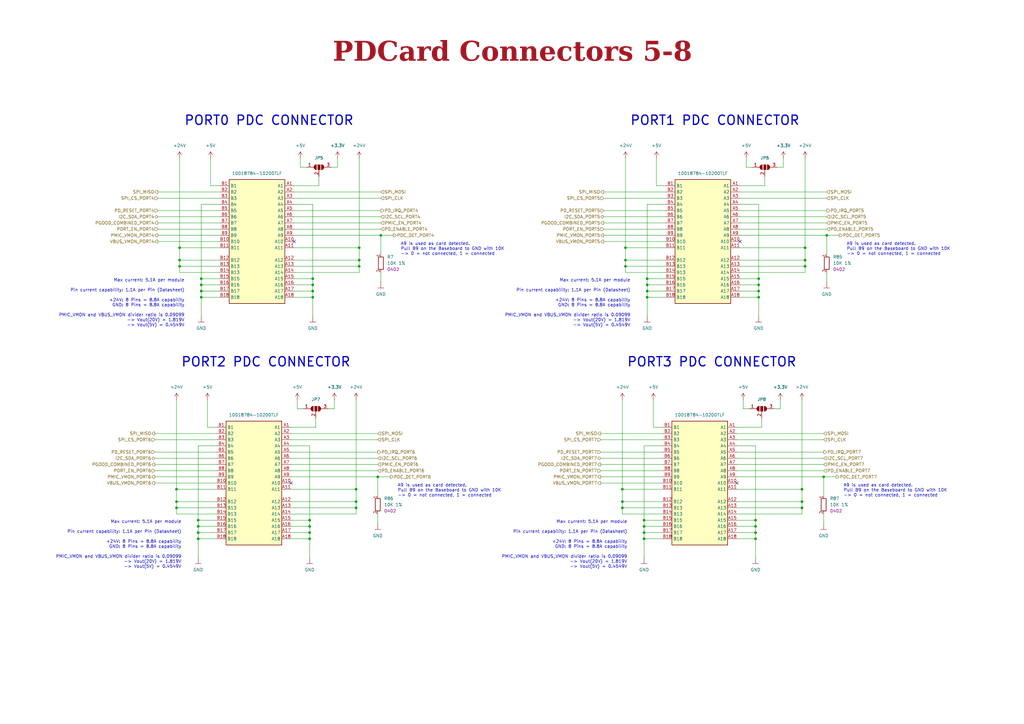
<source format=kicad_sch>
(kicad_sch (version 20250114) (generator "eeschema") (generator_version "9.0")
  (paper "A3")
  (title_block (title "PDCard Connectors 5-8") (date "2026-02-05") (rev "1.0.0") (company "DvidMakesThings"))
  (lib_symbols
    (symbol "DS_Connector:PCIe 1x Connector" (exclude_from_sim yes) (in_bom no)
      (property "Value" "10018784-10200TLF" (at -1.778 -9.144 0))
      (symbol "PCIe 1x Connector_0_1"
        (rectangle (start -3.81 43.18) (end 19.05 -7.62) (stroke (width 0.254)) (fill (type background)))
      )
      (symbol "PCIe 1x Connector_1_1"
        (pin passive line (at -7.62 40.64 0) (length 3.81) (name "B1") (number "B1"))
        (pin passive line (at -7.62 38.1 0) (length 3.81) (name "B2") (number "B2"))
        (pin passive line (at -7.62 35.56 0) (length 3.81) (name "B3") (number "B3"))
        (pin passive line (at -7.62 33.02 0) (length 3.81) (name "B4") (number "B4"))
        (pin passive line (at -7.62 30.48 0) (length 3.81) (name "B5") (number "B5"))
        (pin passive line (at -7.62 27.94 0) (length 3.81) (name "B6") (number "B6"))
        (pin passive line (at -7.62 25.4 0) (length 3.81) (name "B7") (number "B7"))
        (pin passive line (at -7.62 22.86 0) (length 3.81) (name "B8") (number "B8"))
        (pin passive line (at -7.62 20.32 0) (length 3.81) (name "B9") (number "B9"))
        (pin passive line (at -7.62 17.78 0) (length 3.81) (name "B10") (number "B10"))
        (pin passive line (at -7.62 15.24 0) (length 3.81) (name "B11") (number "B11"))
        (pin passive line (at -7.62 10.16 0) (length 3.81) (name "B12") (number "B12"))
        (pin passive line (at -7.62 7.62 0) (length 3.81) (name "B13") (number "B13"))
        (pin passive line (at -7.62 5.08 0) (length 3.81) (name "B13") (number "B14"))
        (pin passive line (at -7.62 2.54 0) (length 3.81) (name "B15") (number "B15"))
        (pin passive line (at -7.62 0 0) (length 3.81) (name "B16") (number "B16"))
        (pin passive line (at -7.62 -2.54 0) (length 3.81) (name "B17") (number "B17"))
        (pin passive line (at -7.62 -5.08 0) (length 3.81) (name "B18") (number "B18"))
        (pin passive line (at 22.86 40.64 180) (length 3.81) (name "A1") (number "A1"))
        (pin passive line (at 22.86 38.1 180) (length 3.81) (name "A2") (number "A2"))
        (pin passive line (at 22.86 35.56 180) (length 3.81) (name "A3") (number "A3"))
        (pin passive line (at 22.86 33.02 180) (length 3.81) (name "A4") (number "A4"))
        (pin passive line (at 22.86 30.48 180) (length 3.81) (name "A5") (number "A5"))
        (pin passive line (at 22.86 27.94 180) (length 3.81) (name "A6") (number "A6"))
        (pin passive line (at 22.86 25.4 180) (length 3.81) (name "A7") (number "A7"))
        (pin passive line (at 22.86 22.86 180) (length 3.81) (name "A8") (number "A8"))
        (pin passive line (at 22.86 20.32 180) (length 3.81) (name "A9") (number "A9"))
        (pin passive line (at 22.86 17.78 180) (length 3.81) (name "A10") (number "A10"))
        (pin passive line (at 22.86 15.24 180) (length 3.81) (name "A11") (number "A11"))
        (pin passive line (at 22.86 10.16 180) (length 3.81) (name "A12") (number "A12"))
        (pin passive line (at 22.86 7.62 180) (length 3.81) (name "A13") (number "A13"))
        (pin passive line (at 22.86 5.08 180) (length 3.81) (name "A14") (number "A14"))
        (pin passive line (at 22.86 2.54 180) (length 3.81) (name "A15") (number "A15"))
        (pin passive line (at 22.86 0 180) (length 3.81) (name "A16") (number "A16"))
        (pin passive line (at 22.86 -2.54 180) (length 3.81) (name "A17") (number "A17"))
        (pin passive line (at 22.86 -5.08 180) (length 3.81) (name "A18") (number "A18"))
      )
    )
    (symbol "DS_Resistor_0402:10K 1% 0402"
      (property "Reference" "R" (at 2.032 2.032 0))
      (property "Value" "10K 1%" (at 2.032 0 0))
      (property "FOOTPRINT_SHORT" "0402" (at 2.032 -2.032 0))
      (symbol "10K 1% 0402_0_1"
        (rectangle (start -1.016 2.54) (end 1.016 -2.54) (stroke (width 0.254)))
      )
      (symbol "10K 1% 0402_1_1"
        (pin passive line (at 0 3.81 270) (length 1.27) (name "~") (number "1"))
        (pin passive line (at 0 -3.81 90) (length 1.27) (name "~") (number "2"))
      )
    )
    (symbol "DS_Supply:GND" (power) (pin_numbers (hide yes)) (pin_names (offset 0) (hide yes))
      (property "Value" "GND" (at 0 -3.81 0))
      (symbol "GND_0_1"
        (polyline (pts (xy 0 0) (xy 0 -2.54) (xy 1.27 -2.54) (xy 0 -2.54) (xy -1.27 -2.54) (xy 0 -2.54)))
      )
      (symbol "GND_1_1"
        (pin power_in line (at 0 0 270) (length 0) (name "~") (number "1"))
      )
    )
    (symbol "Jumper:SolderJumper_3_Open" (pin_names (offset 0) (hide yes)) (in_bom no)
      (property "Reference" "JP" (at -2.54 -2.54 0))
      (property "Value" "SolderJumper_3_Open" (at 0 2.794 0))
      (symbol "SolderJumper_3_Open_0_1"
        (polyline (pts (xy -2.54 0) (xy -2.032 0)))
        (polyline (pts (xy -1.016 1.016) (xy -1.016 -1.016)))
        (arc (start -1.016 -1.016) (mid -2.0276 0) (end -1.016 1.016))
        (arc (start -1.016 -1.016) (mid -2.0276 0) (end -1.016 1.016) (fill (type outline)))
        (rectangle (start -0.508 1.016) (end 0.508 -1.016) (fill (type outline)))
        (polyline (pts (xy 0 -1.27) (xy 0 -1.016)))
        (arc (start 1.016 1.016) (mid 2.0276 0) (end 1.016 -1.016))
        (arc (start 1.016 1.016) (mid 2.0276 0) (end 1.016 -1.016) (fill (type outline)))
        (polyline (pts (xy 1.016 1.016) (xy 1.016 -1.016)))
        (polyline (pts (xy 2.54 0) (xy 2.032 0)))
      )
      (symbol "SolderJumper_3_Open_1_1"
        (pin passive line (at -5.08 0 0) (length 2.54) (name "A") (number "1"))
        (pin passive line (at 0 -3.81 90) (length 2.54) (name "C") (number "2"))
        (pin passive line (at 5.08 0 180) (length 2.54) (name "B") (number "3"))
      )
    )
    (symbol "power:+24V" (power) (pin_numbers (hide yes)) (pin_names (offset 0) (hide yes))
      (property "Value" "+24V" (at 0 3.556 0))
      (symbol "+24V_0_1"
        (polyline (pts (xy -0.762 1.27) (xy 0 2.54)))
        (polyline (pts (xy 0 2.54) (xy 0.762 1.27)))
        (polyline (pts (xy 0 0) (xy 0 2.54)))
      )
      (symbol "+24V_1_1"
        (pin power_in line (at 0 0 90) (length 0) (name "~") (number "1"))
      )
    )
    (symbol "power:+3.3V" (power) (pin_numbers (hide yes)) (pin_names (offset 0) (hide yes))
      (property "Value" "+3.3V" (at 0 3.556 0))
      (symbol "+3.3V_0_1"
        (polyline (pts (xy -0.762 1.27) (xy 0 2.54)))
        (polyline (pts (xy 0 2.54) (xy 0.762 1.27)))
        (polyline (pts (xy 0 0) (xy 0 2.54)))
      )
      (symbol "+3.3V_1_1"
        (pin power_in line (at 0 0 90) (length 0) (name "~") (number "1"))
      )
    )
    (symbol "power:+5V" (power) (pin_numbers (hide yes)) (pin_names (offset 0) (hide yes))
      (property "Value" "+5V" (at 0 3.556 0))
      (symbol "+5V_0_1"
        (polyline (pts (xy -0.762 1.27) (xy 0 2.54)))
        (polyline (pts (xy 0 2.54) (xy 0.762 1.27)))
        (polyline (pts (xy 0 0) (xy 0 2.54)))
      )
      (symbol "+5V_1_1"
        (pin power_in line (at 0 0 90) (length 0) (name "~") (number "1"))
      )
    )
  )
  (text "A9 is used as card detected.\nPull B9 on the Baseboard to GND with 10K\n-> 0 = not connected, 1 = connected" (at 163.068 201.168 0) (effects (font (size 1.27 1.27)) (justify left)))
  (text "Max current: 5.1A per module\n\nPin current capability: 1.1A per Pin (Datasheet)\n\n+24V: 8 Pins = 8.8A capability\nGND: 8 Pins = 8.8A capability\n\nPMIC_VMON and VBUS_VMON divider ratio is 0.09099\n-> Vout(20V) = 1.819V\n-> Vout(5V) = 0.4549V" (at 75.692 124.206 0) (effects (font (size 1.27 1.27)) (justify right)))
  (text "PORT1 PDC CONNECTOR" (at 258.318 49.53 0) (effects (font (size 3.81 3.81) (thickness 0.508) (bold yes)) (justify left)))
  (text "A9 is used as card detected.\nPull B9 on the Baseboard to GND with 10K\n-> 0 = not connected, 1 = connected" (at 345.948 201.168 0) (effects (font (size 1.27 1.27)) (justify left)))
  (text "PORT3 PDC CONNECTOR" (at 257.048 148.59 0) (effects (font (size 3.81 3.81) (thickness 0.508) (bold yes)) (justify left)))
  (text "Max current: 5.1A per module\n\nPin current capability: 1.1A per Pin (Datasheet)\n\n+24V: 8 Pins = 8.8A capability\nGND: 8 Pins = 8.8A capability\n\nPMIC_VMON and VBUS_VMON divider ratio is 0.09099\n-> Vout(20V) = 1.819V\n-> Vout(5V) = 0.4549V" (at 258.572 124.206 0) (effects (font (size 1.27 1.27)) (justify right)))
  (text "A9 is used as card detected.\nPull B9 on the Baseboard to GND with 10K\n-> 0 = not connected, 1 = connected" (at 347.218 102.108 0) (effects (font (size 1.27 1.27)) (justify left)))
  (text "PORT0 PDC CONNECTOR" (at 75.438 49.53 0) (effects (font (size 3.81 3.81) (thickness 0.508) (bold yes)) (justify left)))
  (text "A9 is used as card detected.\nPull B9 on the Baseboard to GND with 10K\n-> 0 = not connected, 1 = connected" (at 164.338 102.108 0) (effects (font (size 1.27 1.27)) (justify left)))
  (text "PORT2 PDC CONNECTOR" (at 74.168 148.59 0) (effects (font (size 3.81 3.81) (thickness 0.508) (bold yes)) (justify left)))
  (text "Max current: 5.1A per module\n\nPin current capability: 1.1A per Pin (Datasheet)\n\n+24V: 8 Pins = 8.8A capability\nGND: 8 Pins = 8.8A capability\n\nPMIC_VMON and VBUS_VMON divider ratio is 0.09099\n-> Vout(20V) = 1.819V\n-> Vout(5V) = 0.4549V" (at 257.302 223.266 0) (effects (font (size 1.27 1.27)) (justify right)))
  (text "Max current: 5.1A per module\n\nPin current capability: 1.1A per Pin (Datasheet)\n\n+24V: 8 Pins = 8.8A capability\nGND: 8 Pins = 8.8A capability\n\nPMIC_VMON and VBUS_VMON divider ratio is 0.09099\n-> Vout(20V) = 1.819V\n-> Vout(5V) = 0.4549V" (at 74.422 223.266 0) (effects (font (size 1.27 1.27)) (justify right)))
  (text_box "PDCard Connectors 5-8" (at 12.7 15.24 0) (size 394.97 12.7) (margins 5.9999 5.9999 5.9999 5.9999) (stroke (width -0.0001)) (effects (font (size 8 8) (thickness 1.2) (bold yes))))
  (junction (at 328.93 208.28))
  (junction (at 311.15 121.92))
  (junction (at 82.55 116.84))
  (junction (at 73.66 101.6))
  (junction (at 255.27 208.28))
  (junction (at 154.94 195.58))
  (junction (at 309.88 218.44))
  (junction (at 265.43 121.92))
  (junction (at 256.54 109.22))
  (junction (at 256.54 106.68))
  (junction (at 264.16 220.98))
  (junction (at 311.15 119.38))
  (junction (at 311.15 114.3))
  (junction (at 256.54 101.6))
  (junction (at 147.32 106.68))
  (junction (at 72.39 205.74))
  (junction (at 127 218.44))
  (junction (at 309.88 215.9))
  (junction (at 146.05 205.74))
  (junction (at 81.28 218.44))
  (junction (at 147.32 109.22))
  (junction (at 82.55 114.3))
  (junction (at 311.15 116.84))
  (junction (at 330.2 101.6))
  (junction (at 264.16 218.44))
  (junction (at 72.39 208.28))
  (junction (at 82.55 121.92))
  (junction (at 147.32 101.6))
  (junction (at 265.43 119.38))
  (junction (at 82.55 119.38))
  (junction (at 339.09 96.52))
  (junction (at 309.88 213.36))
  (junction (at 255.27 205.74))
  (junction (at 146.05 200.66))
  (junction (at 146.05 208.28))
  (junction (at 328.93 205.74))
  (junction (at 81.28 220.98))
  (junction (at 73.66 106.68))
  (junction (at 128.27 121.92))
  (junction (at 255.27 200.66))
  (junction (at 128.27 119.38))
  (junction (at 330.2 109.22))
  (junction (at 127 215.9))
  (junction (at 337.82 195.58))
  (junction (at 265.43 116.84))
  (junction (at 73.66 109.22))
  (junction (at 328.93 200.66))
  (junction (at 128.27 116.84))
  (junction (at 330.2 106.68))
  (junction (at 264.16 213.36))
  (junction (at 72.39 200.66))
  (junction (at 264.16 215.9))
  (junction (at 309.88 220.98))
  (junction (at 128.27 114.3))
  (junction (at 127 213.36))
  (junction (at 265.43 114.3))
  (junction (at 81.28 215.9))
  (junction (at 156.21 96.52))
  (junction (at 81.28 213.36))
  (junction (at 127 220.98))
  (no_connect (at 302.26 198.12))
  (no_connect (at 119.38 198.12))
  (no_connect (at 303.53 99.06))
  (no_connect (at 120.65 99.06))
  (wire (pts (xy 328.93 208.28) (xy 328.93 210.82)))
  (wire (pts (xy 246.38 198.12) (xy 271.78 198.12)))
  (wire (pts (xy 154.94 214.63) (xy 154.94 210.82)))
  (wire (pts (xy 64.77 88.9) (xy 90.17 88.9)))
  (wire (pts (xy 247.65 81.28) (xy 273.05 81.28)))
  (wire (pts (xy 81.28 213.36) (xy 81.28 215.9)))
  (wire (pts (xy 121.92 167.64) (xy 124.46 167.64)))
  (wire (pts (xy 303.53 88.9) (xy 339.09 88.9)))
  (wire (pts (xy 246.38 180.34) (xy 271.78 180.34)))
  (wire (pts (xy 156.21 115.57) (xy 156.21 111.76)))
  (wire (pts (xy 119.38 220.98) (xy 127 220.98)))
  (wire (pts (xy 337.82 214.63) (xy 337.82 210.82)))
  (wire (pts (xy 264.16 215.9) (xy 271.78 215.9)))
  (wire (pts (xy 309.88 182.88) (xy 309.88 213.36)))
  (wire (pts (xy 302.26 190.5) (xy 337.82 190.5)))
  (wire (pts (xy 302.26 210.82) (xy 328.93 210.82)))
  (wire (pts (xy 311.15 121.92) (xy 311.15 129.54)))
  (wire (pts (xy 137.16 163.83) (xy 137.16 167.64)))
  (wire (pts (xy 265.43 83.82) (xy 265.43 114.3)))
  (wire (pts (xy 90.17 111.76) (xy 73.66 111.76)))
  (wire (pts (xy 247.65 99.06) (xy 273.05 99.06)))
  (wire (pts (xy 82.55 114.3) (xy 82.55 116.84)))
  (wire (pts (xy 265.43 119.38) (xy 273.05 119.38)))
  (wire (pts (xy 119.38 218.44) (xy 127 218.44)))
  (wire (pts (xy 147.32 106.68) (xy 147.32 109.22)))
  (wire (pts (xy 81.28 218.44) (xy 81.28 220.98)))
  (wire (pts (xy 120.65 81.28) (xy 156.21 81.28)))
  (wire (pts (xy 63.5 195.58) (xy 88.9 195.58)))
  (wire (pts (xy 81.28 220.98) (xy 88.9 220.98)))
  (wire (pts (xy 309.88 215.9) (xy 309.88 218.44)))
  (wire (pts (xy 267.97 163.83) (xy 267.97 175.26)))
  (wire (pts (xy 120.65 116.84) (xy 128.27 116.84)))
  (wire (pts (xy 81.28 215.9) (xy 81.28 218.44)))
  (wire (pts (xy 147.32 106.68) (xy 147.32 101.6)))
  (wire (pts (xy 273.05 114.3) (xy 265.43 114.3)))
  (wire (pts (xy 247.65 86.36) (xy 273.05 86.36)))
  (wire (pts (xy 72.39 210.82) (xy 72.39 208.28)))
  (wire (pts (xy 120.65 121.92) (xy 128.27 121.92)))
  (wire (pts (xy 63.5 185.42) (xy 88.9 185.42)))
  (wire (pts (xy 138.43 64.77) (xy 138.43 68.58)))
  (wire (pts (xy 88.9 210.82) (xy 72.39 210.82)))
  (wire (pts (xy 271.78 208.28) (xy 255.27 208.28)))
  (wire (pts (xy 273.05 109.22) (xy 256.54 109.22)))
  (wire (pts (xy 264.16 182.88) (xy 264.16 213.36)))
  (wire (pts (xy 82.55 116.84) (xy 82.55 119.38)))
  (wire (pts (xy 330.2 101.6) (xy 330.2 64.77)))
  (wire (pts (xy 88.9 205.74) (xy 72.39 205.74)))
  (wire (pts (xy 302.26 215.9) (xy 309.88 215.9)))
  (wire (pts (xy 302.26 200.66) (xy 328.93 200.66)))
  (wire (pts (xy 273.05 83.82) (xy 265.43 83.82)))
  (wire (pts (xy 303.53 91.44) (xy 339.09 91.44)))
  (wire (pts (xy 320.04 163.83) (xy 320.04 167.64)))
  (wire (pts (xy 120.65 76.2) (xy 130.81 76.2)))
  (wire (pts (xy 120.65 109.22) (xy 147.32 109.22)))
  (wire (pts (xy 311.15 116.84) (xy 311.15 119.38)))
  (wire (pts (xy 73.66 101.6) (xy 73.66 106.68)))
  (wire (pts (xy 303.53 93.98) (xy 339.09 93.98)))
  (wire (pts (xy 247.65 88.9) (xy 273.05 88.9)))
  (wire (pts (xy 309.88 220.98) (xy 309.88 228.6)))
  (wire (pts (xy 128.27 114.3) (xy 128.27 116.84)))
  (wire (pts (xy 127 182.88) (xy 127 213.36)))
  (wire (pts (xy 134.62 167.64) (xy 137.16 167.64)))
  (wire (pts (xy 64.77 91.44) (xy 90.17 91.44)))
  (wire (pts (xy 264.16 220.98) (xy 264.16 228.6)))
  (wire (pts (xy 120.65 111.76) (xy 147.32 111.76)))
  (wire (pts (xy 90.17 106.68) (xy 73.66 106.68)))
  (wire (pts (xy 302.26 220.98) (xy 309.88 220.98)))
  (wire (pts (xy 303.53 96.52) (xy 339.09 96.52)))
  (wire (pts (xy 154.94 195.58) (xy 154.94 203.2)))
  (wire (pts (xy 119.38 195.58) (xy 154.94 195.58)))
  (wire (pts (xy 330.2 109.22) (xy 330.2 111.76)))
  (wire (pts (xy 255.27 210.82) (xy 255.27 208.28)))
  (wire (pts (xy 90.17 109.22) (xy 73.66 109.22)))
  (wire (pts (xy 303.53 106.68) (xy 330.2 106.68)))
  (wire (pts (xy 123.19 64.77) (xy 123.19 68.58)))
  (wire (pts (xy 302.26 177.8) (xy 337.82 177.8)))
  (wire (pts (xy 302.26 218.44) (xy 309.88 218.44)))
  (wire (pts (xy 86.36 64.77) (xy 86.36 76.2)))
  (wire (pts (xy 120.65 86.36) (xy 156.21 86.36)))
  (wire (pts (xy 265.43 121.92) (xy 273.05 121.92)))
  (wire (pts (xy 120.65 93.98) (xy 156.21 93.98)))
  (wire (pts (xy 119.38 177.8) (xy 154.94 177.8)))
  (wire (pts (xy 264.16 218.44) (xy 271.78 218.44)))
  (wire (pts (xy 119.38 175.26) (xy 129.54 175.26)))
  (wire (pts (xy 328.93 205.74) (xy 328.93 200.66)))
  (wire (pts (xy 246.38 193.04) (xy 271.78 193.04)))
  (wire (pts (xy 247.65 91.44) (xy 273.05 91.44)))
  (wire (pts (xy 265.43 114.3) (xy 265.43 116.84)))
  (wire (pts (xy 271.78 205.74) (xy 255.27 205.74)))
  (wire (pts (xy 120.65 106.68) (xy 147.32 106.68)))
  (wire (pts (xy 302.26 180.34) (xy 337.82 180.34)))
  (wire (pts (xy 302.26 185.42) (xy 337.82 185.42)))
  (wire (pts (xy 72.39 200.66) (xy 88.9 200.66)))
  (wire (pts (xy 269.24 64.77) (xy 269.24 76.2)))
  (wire (pts (xy 302.26 187.96) (xy 337.82 187.96)))
  (wire (pts (xy 147.32 109.22) (xy 147.32 111.76)))
  (wire (pts (xy 120.65 101.6) (xy 147.32 101.6)))
  (wire (pts (xy 63.5 180.34) (xy 88.9 180.34)))
  (wire (pts (xy 302.26 205.74) (xy 328.93 205.74)))
  (wire (pts (xy 120.65 114.3) (xy 128.27 114.3)))
  (wire (pts (xy 63.5 193.04) (xy 88.9 193.04)))
  (wire (pts (xy 119.38 182.88) (xy 127 182.88)))
  (wire (pts (xy 303.53 111.76) (xy 330.2 111.76)))
  (wire (pts (xy 256.54 64.77) (xy 256.54 101.6)))
  (wire (pts (xy 264.16 220.98) (xy 271.78 220.98)))
  (wire (pts (xy 88.9 208.28) (xy 72.39 208.28)))
  (wire (pts (xy 128.27 121.92) (xy 128.27 129.54)))
  (wire (pts (xy 156.21 96.52) (xy 161.29 96.52)))
  (wire (pts (xy 81.28 215.9) (xy 88.9 215.9)))
  (wire (pts (xy 127 213.36) (xy 127 215.9)))
  (wire (pts (xy 246.38 177.8) (xy 271.78 177.8)))
  (wire (pts (xy 120.65 83.82) (xy 128.27 83.82)))
  (wire (pts (xy 128.27 83.82) (xy 128.27 114.3)))
  (wire (pts (xy 246.38 195.58) (xy 271.78 195.58)))
  (wire (pts (xy 328.93 205.74) (xy 328.93 208.28)))
  (wire (pts (xy 119.38 208.28) (xy 146.05 208.28)))
  (wire (pts (xy 304.8 167.64) (xy 307.34 167.64)))
  (wire (pts (xy 119.38 200.66) (xy 146.05 200.66)))
  (wire (pts (xy 85.09 163.83) (xy 85.09 175.26)))
  (wire (pts (xy 247.65 78.74) (xy 273.05 78.74)))
  (wire (pts (xy 311.15 119.38) (xy 311.15 121.92)))
  (wire (pts (xy 339.09 115.57) (xy 339.09 111.76)))
  (wire (pts (xy 303.53 86.36) (xy 339.09 86.36)))
  (wire (pts (xy 123.19 68.58) (xy 125.73 68.58)))
  (wire (pts (xy 128.27 119.38) (xy 128.27 121.92)))
  (wire (pts (xy 73.66 109.22) (xy 73.66 106.68)))
  (wire (pts (xy 246.38 190.5) (xy 271.78 190.5)))
  (wire (pts (xy 265.43 119.38) (xy 265.43 121.92)))
  (wire (pts (xy 90.17 83.82) (xy 82.55 83.82)))
  (wire (pts (xy 302.26 193.04) (xy 337.82 193.04)))
  (wire (pts (xy 312.42 175.26) (xy 312.42 171.45)))
  (wire (pts (xy 121.92 163.83) (xy 121.92 167.64)))
  (wire (pts (xy 82.55 83.82) (xy 82.55 114.3)))
  (wire (pts (xy 303.53 114.3) (xy 311.15 114.3)))
  (wire (pts (xy 271.78 213.36) (xy 264.16 213.36)))
  (wire (pts (xy 129.54 175.26) (xy 129.54 171.45)))
  (wire (pts (xy 302.26 213.36) (xy 309.88 213.36)))
  (wire (pts (xy 255.27 200.66) (xy 271.78 200.66)))
  (wire (pts (xy 321.31 64.77) (xy 321.31 68.58)))
  (wire (pts (xy 135.89 68.58) (xy 138.43 68.58)))
  (wire (pts (xy 90.17 76.2) (xy 86.36 76.2)))
  (wire (pts (xy 88.9 175.26) (xy 85.09 175.26)))
  (wire (pts (xy 309.88 218.44) (xy 309.88 220.98)))
  (wire (pts (xy 72.39 163.83) (xy 72.39 200.66)))
  (wire (pts (xy 127 215.9) (xy 127 218.44)))
  (wire (pts (xy 304.8 163.83) (xy 304.8 167.64)))
  (wire (pts (xy 265.43 121.92) (xy 265.43 129.54)))
  (wire (pts (xy 63.5 177.8) (xy 88.9 177.8)))
  (wire (pts (xy 246.38 185.42) (xy 271.78 185.42)))
  (wire (pts (xy 303.53 81.28) (xy 339.09 81.28)))
  (wire (pts (xy 90.17 114.3) (xy 82.55 114.3)))
  (wire (pts (xy 264.16 213.36) (xy 264.16 215.9)))
  (wire (pts (xy 303.53 76.2) (xy 313.69 76.2)))
  (wire (pts (xy 120.65 91.44) (xy 156.21 91.44)))
  (wire (pts (xy 64.77 99.06) (xy 90.17 99.06)))
  (wire (pts (xy 317.5 167.64) (xy 320.04 167.64)))
  (wire (pts (xy 127 220.98) (xy 127 228.6)))
  (wire (pts (xy 63.5 187.96) (xy 88.9 187.96)))
  (wire (pts (xy 72.39 208.28) (xy 72.39 205.74)))
  (wire (pts (xy 306.07 68.58) (xy 308.61 68.58)))
  (wire (pts (xy 246.38 187.96) (xy 271.78 187.96)))
  (wire (pts (xy 82.55 119.38) (xy 90.17 119.38)))
  (wire (pts (xy 255.27 163.83) (xy 255.27 200.66)))
  (wire (pts (xy 302.26 195.58) (xy 337.82 195.58)))
  (wire (pts (xy 64.77 93.98) (xy 90.17 93.98)))
  (wire (pts (xy 256.54 101.6) (xy 256.54 106.68)))
  (wire (pts (xy 154.94 195.58) (xy 160.02 195.58)))
  (wire (pts (xy 64.77 86.36) (xy 90.17 86.36)))
  (wire (pts (xy 120.65 96.52) (xy 156.21 96.52)))
  (wire (pts (xy 119.38 205.74) (xy 146.05 205.74)))
  (wire (pts (xy 81.28 218.44) (xy 88.9 218.44)))
  (wire (pts (xy 306.07 64.77) (xy 306.07 68.58)))
  (wire (pts (xy 63.5 198.12) (xy 88.9 198.12)))
  (wire (pts (xy 156.21 96.52) (xy 156.21 104.14)))
  (wire (pts (xy 339.09 96.52) (xy 339.09 104.14)))
  (wire (pts (xy 264.16 218.44) (xy 264.16 220.98)))
  (wire (pts (xy 313.69 76.2) (xy 313.69 72.39)))
  (wire (pts (xy 119.38 187.96) (xy 154.94 187.96)))
  (wire (pts (xy 119.38 190.5) (xy 154.94 190.5)))
  (wire (pts (xy 303.53 119.38) (xy 311.15 119.38)))
  (wire (pts (xy 339.09 96.52) (xy 344.17 96.52)))
  (wire (pts (xy 302.26 182.88) (xy 309.88 182.88)))
  (wire (pts (xy 328.93 200.66) (xy 328.93 163.83)))
  (wire (pts (xy 73.66 101.6) (xy 90.17 101.6)))
  (wire (pts (xy 302.26 175.26) (xy 312.42 175.26)))
  (wire (pts (xy 146.05 205.74) (xy 146.05 208.28)))
  (wire (pts (xy 303.53 116.84) (xy 311.15 116.84)))
  (wire (pts (xy 303.53 121.92) (xy 311.15 121.92)))
  (wire (pts (xy 303.53 78.74) (xy 339.09 78.74)))
  (wire (pts (xy 88.9 213.36) (xy 81.28 213.36)))
  (wire (pts (xy 146.05 205.74) (xy 146.05 200.66)))
  (wire (pts (xy 337.82 195.58) (xy 337.82 203.2)))
  (wire (pts (xy 119.38 193.04) (xy 154.94 193.04)))
  (wire (pts (xy 72.39 200.66) (xy 72.39 205.74)))
  (wire (pts (xy 330.2 106.68) (xy 330.2 109.22)))
  (wire (pts (xy 119.38 215.9) (xy 127 215.9)))
  (wire (pts (xy 73.66 64.77) (xy 73.66 101.6)))
  (wire (pts (xy 63.5 190.5) (xy 88.9 190.5)))
  (wire (pts (xy 146.05 200.66) (xy 146.05 163.83)))
  (wire (pts (xy 255.27 200.66) (xy 255.27 205.74)))
  (wire (pts (xy 256.54 109.22) (xy 256.54 106.68)))
  (wire (pts (xy 119.38 180.34) (xy 154.94 180.34)))
  (wire (pts (xy 265.43 116.84) (xy 265.43 119.38)))
  (wire (pts (xy 88.9 182.88) (xy 81.28 182.88)))
  (wire (pts (xy 64.77 78.74) (xy 90.17 78.74)))
  (wire (pts (xy 303.53 83.82) (xy 311.15 83.82)))
  (wire (pts (xy 82.55 119.38) (xy 82.55 121.92)))
  (wire (pts (xy 318.77 68.58) (xy 321.31 68.58)))
  (wire (pts (xy 256.54 101.6) (xy 273.05 101.6)))
  (wire (pts (xy 273.05 111.76) (xy 256.54 111.76)))
  (wire (pts (xy 119.38 210.82) (xy 146.05 210.82)))
  (wire (pts (xy 309.88 213.36) (xy 309.88 215.9)))
  (wire (pts (xy 119.38 213.36) (xy 127 213.36)))
  (wire (pts (xy 127 218.44) (xy 127 220.98)))
  (wire (pts (xy 247.65 96.52) (xy 273.05 96.52)))
  (wire (pts (xy 128.27 116.84) (xy 128.27 119.38)))
  (wire (pts (xy 64.77 96.52) (xy 90.17 96.52)))
  (wire (pts (xy 311.15 114.3) (xy 311.15 116.84)))
  (wire (pts (xy 255.27 208.28) (xy 255.27 205.74)))
  (wire (pts (xy 265.43 116.84) (xy 273.05 116.84)))
  (wire (pts (xy 81.28 220.98) (xy 81.28 228.6)))
  (wire (pts (xy 64.77 81.28) (xy 90.17 81.28)))
  (wire (pts (xy 302.26 208.28) (xy 328.93 208.28)))
  (wire (pts (xy 264.16 215.9) (xy 264.16 218.44)))
  (wire (pts (xy 82.55 116.84) (xy 90.17 116.84)))
  (wire (pts (xy 311.15 83.82) (xy 311.15 114.3)))
  (wire (pts (xy 130.81 76.2) (xy 130.81 72.39)))
  (wire (pts (xy 271.78 182.88) (xy 264.16 182.88)))
  (wire (pts (xy 273.05 76.2) (xy 269.24 76.2)))
  (wire (pts (xy 146.05 208.28) (xy 146.05 210.82)))
  (wire (pts (xy 303.53 109.22) (xy 330.2 109.22)))
  (wire (pts (xy 120.65 78.74) (xy 156.21 78.74)))
  (wire (pts (xy 271.78 210.82) (xy 255.27 210.82)))
  (wire (pts (xy 247.65 93.98) (xy 273.05 93.98)))
  (wire (pts (xy 120.65 119.38) (xy 128.27 119.38)))
  (wire (pts (xy 81.28 182.88) (xy 81.28 213.36)))
  (wire (pts (xy 303.53 101.6) (xy 330.2 101.6)))
  (wire (pts (xy 273.05 106.68) (xy 256.54 106.68)))
  (wire (pts (xy 147.32 101.6) (xy 147.32 64.77)))
  (wire (pts (xy 120.65 88.9) (xy 156.21 88.9)))
  (wire (pts (xy 337.82 195.58) (xy 342.9 195.58)))
  (wire (pts (xy 256.54 111.76) (xy 256.54 109.22)))
  (wire (pts (xy 82.55 121.92) (xy 82.55 129.54)))
  (wire (pts (xy 82.55 121.92) (xy 90.17 121.92)))
  (wire (pts (xy 330.2 106.68) (xy 330.2 101.6)))
  (wire (pts (xy 119.38 185.42) (xy 154.94 185.42)))
  (wire (pts (xy 73.66 111.76) (xy 73.66 109.22)))
  (wire (pts (xy 271.78 175.26) (xy 267.97 175.26)))
  (hierarchical_label "I2C_SCL_PORT5" (shape input) (at 339.09 88.9 0))
  (hierarchical_label "SPI_MISO" (shape output) (at 64.77 78.74 180))
  (hierarchical_label "PDC_DET_PORT6" (shape output) (at 160.02 195.58 0))
  (hierarchical_label "I2C_SCL_PORT4" (shape input) (at 156.21 88.9 0))
  (hierarchical_label "PGOOD_COMBINED_PORT7" (shape output) (at 246.38 190.5 180))
  (hierarchical_label "I2C_SDA_PORT4" (shape bidirectional) (at 64.77 88.9 180))
  (hierarchical_label "SPI_MISO" (shape output) (at 247.65 78.74 180))
  (hierarchical_label "SPI_MISO" (shape output) (at 246.38 177.8 180))
  (hierarchical_label "SPI_CLK" (shape input) (at 154.94 180.34 0))
  (hierarchical_label "PDC_DET_PORT7" (shape output) (at 342.9 195.58 0))
  (hierarchical_label "PD_RESET_PORT6" (shape input) (at 63.5 185.42 180))
  (hierarchical_label "PMIC_EN_PORT7" (shape input) (at 337.82 190.5 0))
  (hierarchical_label "PDC_DET_PORT4" (shape output) (at 161.29 96.52 0))
  (hierarchical_label "PORT_EN_PORT6" (shape input) (at 63.5 193.04 180))
  (hierarchical_label "PMIC_EN_PORT6" (shape input) (at 154.94 190.5 0))
  (hierarchical_label "PD_ENABLE_PORT4" (shape input) (at 156.21 93.98 0))
  (hierarchical_label "SPI_MOSI" (shape input) (at 337.82 177.8 0))
  (hierarchical_label "PD_IRQ_PORT6" (shape output) (at 154.94 185.42 0))
  (hierarchical_label "VBUS_VMON_PORT4" (shape output) (at 64.77 99.06 180))
  (hierarchical_label "SPI_MOSI" (shape input) (at 154.94 177.8 0))
  (hierarchical_label "SPI_CS_PORT6" (shape input) (at 63.5 180.34 180))
  (hierarchical_label "I2C_SDA_PORT7" (shape bidirectional) (at 246.38 187.96 180))
  (hierarchical_label "SPI_CLK" (shape input) (at 339.09 81.28 0))
  (hierarchical_label "SPI_MISO" (shape output) (at 63.5 177.8 180))
  (hierarchical_label "PD_IRQ_PORT5" (shape output) (at 339.09 86.36 0))
  (hierarchical_label "PORT_EN_PORT4" (shape input) (at 64.77 93.98 180))
  (hierarchical_label "PMIC_VMON_PORT5" (shape output) (at 247.65 96.52 180))
  (hierarchical_label "PORT_EN_PORT7" (shape input) (at 246.38 193.04 180))
  (hierarchical_label "PGOOD_COMBINED_PORT5" (shape output) (at 247.65 91.44 180))
  (hierarchical_label "PD_ENABLE_PORT6" (shape input) (at 154.94 193.04 0))
  (hierarchical_label "PGOOD_COMBINED_PORT6" (shape output) (at 63.5 190.5 180))
  (hierarchical_label "PDC_DET_PORT5" (shape output) (at 344.17 96.52 0))
  (hierarchical_label "PD_IRQ_PORT4" (shape output) (at 156.21 86.36 0))
  (hierarchical_label "SPI_CLK" (shape input) (at 156.21 81.28 0))
  (hierarchical_label "SPI_CS_PORT5" (shape input) (at 247.65 81.28 180))
  (hierarchical_label "PMIC_VMON_PORT6" (shape output) (at 63.5 195.58 180))
  (hierarchical_label "I2C_SCL_PORT7" (shape input) (at 337.82 187.96 0))
  (hierarchical_label "SPI_MOSI" (shape input) (at 156.21 78.74 0))
  (hierarchical_label "PD_IRQ_PORT7" (shape output) (at 337.82 185.42 0))
  (hierarchical_label "PD_ENABLE_PORT7" (shape input) (at 337.82 193.04 0))
  (hierarchical_label "I2C_SCL_PORT6" (shape input) (at 154.94 187.96 0))
  (hierarchical_label "SPI_CLK" (shape input) (at 337.82 180.34 0))
  (hierarchical_label "PD_RESET_PORT7" (shape input) (at 246.38 185.42 180))
  (hierarchical_label "PMIC_VMON_PORT4" (shape output) (at 64.77 96.52 180))
  (hierarchical_label "VBUS_VMON_PORT5" (shape output) (at 247.65 99.06 180))
  (hierarchical_label "PD_ENABLE_PORT5" (shape input) (at 339.09 93.98 0))
  (hierarchical_label "PMIC_EN_PORT4" (shape input) (at 156.21 91.44 0))
  (hierarchical_label "SPI_CS_PORT4" (shape input) (at 64.77 81.28 180))
  (hierarchical_label "PGOOD_COMBINED_PORT4" (shape output) (at 64.77 91.44 180))
  (hierarchical_label "VBUS_VMON_PORT6" (shape output) (at 63.5 198.12 180))
  (hierarchical_label "SPI_CS_PORT7" (shape input) (at 246.38 180.34 180))
  (hierarchical_label "PMIC_EN_PORT5" (shape input) (at 339.09 91.44 0))
  (hierarchical_label "I2C_SDA_PORT6" (shape bidirectional) (at 63.5 187.96 180))
  (hierarchical_label "PORT_EN_PORT5" (shape input) (at 247.65 93.98 180))
  (hierarchical_label "SPI_MOSI" (shape input) (at 339.09 78.74 0))
  (hierarchical_label "PD_RESET_PORT5" (shape input) (at 247.65 86.36 180))
  (hierarchical_label "I2C_SDA_PORT5" (shape bidirectional) (at 247.65 88.9 180))
  (hierarchical_label "VBUS_VMON_PORT7" (shape output) (at 246.38 198.12 180))
  (hierarchical_label "PD_RESET_PORT4" (shape input) (at 64.77 86.36 180))
  (hierarchical_label "PMIC_VMON_PORT7" (shape output) (at 246.38 195.58 180))
  (symbol (lib_id "DS_Supply:GND") (at 128.27 129.54 0) (unit 1)
    (property "Reference" "#PWR0180" (effects (hide yes)))
    (property "Value" "GND" (at 128.27 134.62 0))
    (property "Description" "Power symbol creates a global label with name \"GND\" , ground" (effects (hide yes)))
  )
  (symbol (lib_id "power:+3.3V") (at 138.43 64.77 0) (unit 1)
    (property "Reference" "#PWR0170" (effects (hide yes)))
    (property "Value" "+3.3V" (at 138.43 59.69 0))
    (property "Description" "Power symbol creates a global label with name \"+3.3V\"" (effects (hide yes)))
  )
  (symbol (lib_id "DS_Connector:PCIe 1x Connector") (at 279.4 215.9 0) (unit 1) (exclude_from_sim yes) (in_bom no)
    (property "Reference" "J11" (effects (hide yes)))
    (property "Value" "10018784-10200TLF" (at 287.02 170.18 0))
    (property "Footprint" "DS_Connector:AMPHENOL_10018784-10210TLF" (effects (hide yes)))
    (property "Datasheet" "https://www.waldom.com/upload/parts/datasheets/mf-fci/fci-10018784-10200tlf.pdf" (effects (hide yes)))
    (property "Description" "36 Position Female Connector PCI Express Gold 0.039\" (1.00mm) Black" (effects (hide yes)))
    (property "LCSC_PART" "C5437695" (effects (hide yes)))
    (property "MPN" "10018784-10200TLF " (effects (hide yes)))
    (property "MFR" "Amphenol ICC (FCI)" (effects (hide yes)))
    (property "ROHS" "YES" (effects (hide yes)))
    (property "DIST1" "https://www.digikey.de/en/products/detail/amphenol-cs-fci/10018784-10200TLF/1002340" (effects (hide yes)))
  )
  (symbol (lib_id "DS_Supply:GND") (at 337.82 214.63 0) (unit 1)
    (property "Reference" "#PWR0194" (effects (hide yes)))
    (property "Value" "GND" (at 337.82 219.71 0))
    (property "Description" "Power symbol creates a global label with name \"GND\" , ground" (effects (hide yes)))
  )
  (symbol (lib_id "power:+24V") (at 328.93 163.83 0) (unit 1)
    (property "Reference" "#PWR0192" (effects (hide yes)))
    (property "Value" "+24V" (at 328.93 158.75 0))
    (property "Description" "Power symbol creates a global label with name \"+24V\"" (effects (hide yes)))
  )
  (symbol (lib_id "DS_Resistor_0402:10K 1% 0402") (at 337.82 207.01 0) (unit 1)
    (property "Reference" "R87" (at 340.36 204.4699 0) (effects (justify left)))
    (property "Value" "10K 1%" (at 340.36 207.0099 0) (effects (justify left)))
    (property "Footprint" "Resistor_SMD:R_0402_1005Metric" (effects (hide yes)))
    (property "Description" "62.5mW Thick Film Resistors 50V ±100ppm/℃ ±1% 10kΩ 0402 Chip Resistor - Surface Mount ROHS" (effects (hide yes)))
    (property "LCSC_PART" "C25744" (effects (hide yes)))
    (property "ROHS" "YES" (effects (hide yes)))
    (property "FOOTPRINT_SHORT" "0402" (at 340.36 209.5499 0) (effects (justify left)))
    (property "MFR" "ROHM" (effects (hide yes)))
  )
  (symbol (lib_id "power:+24V") (at 255.27 163.83 0) (unit 1)
    (property "Reference" "#PWR0188" (effects (hide yes)))
    (property "Value" "+24V" (at 255.27 158.75 0))
    (property "Description" "Power symbol creates a global label with name \"+24V\"" (effects (hide yes)))
  )
  (symbol (lib_id "power:+24V") (at 147.32 64.77 0) (unit 1)
    (property "Reference" "#PWR0171" (effects (hide yes)))
    (property "Value" "+24V" (at 147.32 59.69 0))
    (property "Description" "Power symbol creates a global label with name \"+24V\"" (effects (hide yes)))
  )
  (symbol (lib_id "DS_Supply:GND") (at 82.55 129.54 0) (unit 1)
    (property "Reference" "#PWR0179" (effects (hide yes)))
    (property "Value" "GND" (at 82.55 134.62 0))
    (property "Description" "Power symbol creates a global label with name \"GND\" , ground" (effects (hide yes)))
  )
  (symbol (lib_id "DS_Supply:GND") (at 309.88 228.6 0) (unit 1)
    (property "Reference" "#PWR0198" (effects (hide yes)))
    (property "Value" "GND" (at 309.88 233.68 0))
    (property "Description" "Power symbol creates a global label with name \"GND\" , ground" (effects (hide yes)))
  )
  (symbol (lib_id "power:+5V") (at 86.36 64.77 0) (unit 1)
    (property "Reference" "#PWR0168" (effects (hide yes)))
    (property "Value" "+5V" (at 86.36 59.69 0))
    (property "Description" "Power symbol creates a global label with name \"+5V\"" (effects (hide yes)))
  )
  (symbol (lib_id "DS_Supply:GND") (at 265.43 129.54 0) (unit 1)
    (property "Reference" "#PWR0181" (effects (hide yes)))
    (property "Value" "GND" (at 265.43 134.62 0))
    (property "Description" "Power symbol creates a global label with name \"GND\" , ground" (effects (hide yes)))
  )
  (symbol (lib_id "power:+5V") (at 123.19 64.77 0) (unit 1)
    (property "Reference" "#PWR0169" (effects (hide yes)))
    (property "Value" "+5V" (at 123.19 59.69 0))
    (property "Description" "Power symbol creates a global label with name \"+5V\"" (effects (hide yes)))
  )
  (symbol (lib_id "power:+24V") (at 146.05 163.83 0) (unit 1)
    (property "Reference" "#PWR0187" (effects (hide yes)))
    (property "Value" "+24V" (at 146.05 158.75 0))
    (property "Description" "Power symbol creates a global label with name \"+24V\"" (effects (hide yes)))
  )
  (symbol (lib_id "DS_Supply:GND") (at 154.94 214.63 0) (unit 1)
    (property "Reference" "#PWR0193" (effects (hide yes)))
    (property "Value" "GND" (at 154.94 219.71 0))
    (property "Description" "Power symbol creates a global label with name \"GND\" , ground" (effects (hide yes)))
  )
  (symbol (lib_id "power:+5V") (at 85.09 163.83 0) (unit 1)
    (property "Reference" "#PWR0184" (effects (hide yes)))
    (property "Value" "+5V" (at 85.09 158.75 0))
    (property "Description" "Power symbol creates a global label with name \"+5V\"" (effects (hide yes)))
  )
  (symbol (lib_id "DS_Supply:GND") (at 156.21 115.57 0) (unit 1)
    (property "Reference" "#PWR0177" (effects (hide yes)))
    (property "Value" "GND" (at 156.21 120.65 0))
    (property "Description" "Power symbol creates a global label with name \"GND\" , ground" (effects (hide yes)))
  )
  (symbol (lib_id "DS_Supply:GND") (at 311.15 129.54 0) (unit 1)
    (property "Reference" "#PWR0182" (effects (hide yes)))
    (property "Value" "GND" (at 311.15 134.62 0))
    (property "Description" "Power symbol creates a global label with name \"GND\" , ground" (effects (hide yes)))
  )
  (symbol (lib_id "power:+3.3V") (at 320.04 163.83 0) (unit 1)
    (property "Reference" "#PWR0191" (effects (hide yes)))
    (property "Value" "+3.3V" (at 320.04 158.75 0))
    (property "Description" "Power symbol creates a global label with name \"+3.3V\"" (effects (hide yes)))
  )
  (symbol (lib_id "power:+24V") (at 330.2 64.77 0) (unit 1)
    (property "Reference" "#PWR0176" (effects (hide yes)))
    (property "Value" "+24V" (at 330.2 59.69 0))
    (property "Description" "Power symbol creates a global label with name \"+24V\"" (effects (hide yes)))
  )
  (symbol (lib_id "DS_Connector:PCIe 1x Connector") (at 280.67 116.84 0) (unit 1) (exclude_from_sim yes) (in_bom no)
    (property "Reference" "J9" (effects (hide yes)))
    (property "Value" "10018784-10200TLF" (at 288.29 71.12 0))
    (property "Footprint" "DS_Connector:AMPHENOL_10018784-10210TLF" (effects (hide yes)))
    (property "Datasheet" "https://www.waldom.com/upload/parts/datasheets/mf-fci/fci-10018784-10200tlf.pdf" (effects (hide yes)))
    (property "Description" "36 Position Female Connector PCI Express Gold 0.039\" (1.00mm) Black" (effects (hide yes)))
    (property "LCSC_PART" "C5437695" (effects (hide yes)))
    (property "MPN" "10018784-10200TLF " (effects (hide yes)))
    (property "MFR" "Amphenol ICC (FCI)" (effects (hide yes)))
    (property "ROHS" "YES" (effects (hide yes)))
    (property "DIST1" "https://www.digikey.de/en/products/detail/amphenol-cs-fci/10018784-10200TLF/1002340" (effects (hide yes)))
  )
  (symbol (lib_id "power:+5V") (at 304.8 163.83 0) (unit 1)
    (property "Reference" "#PWR0190" (effects (hide yes)))
    (property "Value" "+5V" (at 304.8 158.75 0))
    (property "Description" "Power symbol creates a global label with name \"+5V\"" (effects (hide yes)))
  )
  (symbol (lib_id "power:+24V") (at 256.54 64.77 0) (unit 1)
    (property "Reference" "#PWR0172" (effects (hide yes)))
    (property "Value" "+24V" (at 256.54 59.69 0))
    (property "Description" "Power symbol creates a global label with name \"+24V\"" (effects (hide yes)))
  )
  (symbol (lib_id "Jumper:SolderJumper_3_Open") (at 129.54 167.64 0) (unit 1) (in_bom no)
    (property "Reference" "JP7" (at 129.54 163.83 0))
    (property "Value" "SolderJumper_3_Open" (effects (hide yes)))
    (property "Footprint" "Jumper:SolderJumper-3_P1.3mm_Open_Pad1.0x1.5mm" (effects (hide yes)))
    (property "Description" "Solder Jumper, 3-pole, open" (effects (hide yes)))
  )
  (symbol (lib_id "power:+3.3V") (at 137.16 163.83 0) (unit 1)
    (property "Reference" "#PWR0186" (effects (hide yes)))
    (property "Value" "+3.3V" (at 137.16 158.75 0))
    (property "Description" "Power symbol creates a global label with name \"+3.3V\"" (effects (hide yes)))
  )
  (symbol (lib_id "power:+24V") (at 72.39 163.83 0) (unit 1)
    (property "Reference" "#PWR0183" (effects (hide yes)))
    (property "Value" "+24V" (at 72.39 158.75 0))
    (property "Description" "Power symbol creates a global label with name \"+24V\"" (effects (hide yes)))
  )
  (symbol (lib_id "DS_Connector:PCIe 1x Connector") (at 97.79 116.84 0) (unit 1) (exclude_from_sim yes) (in_bom no)
    (property "Reference" "J8" (effects (hide yes)))
    (property "Value" "10018784-10200TLF" (at 105.41 71.12 0))
    (property "Footprint" "DS_Connector:AMPHENOL_10018784-10210TLF" (effects (hide yes)))
    (property "Datasheet" "https://www.waldom.com/upload/parts/datasheets/mf-fci/fci-10018784-10200tlf.pdf" (effects (hide yes)))
    (property "Description" "36 Position Female Connector PCI Express Gold 0.039\" (1.00mm) Black" (effects (hide yes)))
    (property "LCSC_PART" "C5437695" (effects (hide yes)))
    (property "MPN" "10018784-10200TLF " (effects (hide yes)))
    (property "MFR" "Amphenol ICC (FCI)" (effects (hide yes)))
    (property "ROHS" "YES" (effects (hide yes)))
    (property "DIST1" "https://www.digikey.de/en/products/detail/amphenol-cs-fci/10018784-10200TLF/1002340" (effects (hide yes)))
    (instances (project "" (path "" (reference "J4") (unit 1)) (path "" (reference "J8") (unit 1))))
  )
  (symbol (lib_id "DS_Supply:GND") (at 81.28 228.6 0) (unit 1)
    (property "Reference" "#PWR0195" (effects (hide yes)))
    (property "Value" "GND" (at 81.28 233.68 0))
    (property "Description" "Power symbol creates a global label with name \"GND\" , ground" (effects (hide yes)))
  )
  (symbol (lib_id "power:+5V") (at 121.92 163.83 0) (unit 1)
    (property "Reference" "#PWR0185" (effects (hide yes)))
    (property "Value" "+5V" (at 121.92 158.75 0))
    (property "Description" "Power symbol creates a global label with name \"+5V\"" (effects (hide yes)))
  )
  (symbol (lib_id "Jumper:SolderJumper_3_Open") (at 313.69 68.58 0) (unit 1) (in_bom no)
    (property "Reference" "JP6" (at 313.69 64.77 0))
    (property "Value" "SolderJumper_3_Open" (effects (hide yes)))
    (property "Footprint" "Jumper:SolderJumper-3_P1.3mm_Open_Pad1.0x1.5mm" (effects (hide yes)))
    (property "Description" "Solder Jumper, 3-pole, open" (effects (hide yes)))
  )
  (symbol (lib_id "DS_Connector:PCIe 1x Connector") (at 96.52 215.9 0) (unit 1) (exclude_from_sim yes) (in_bom no)
    (property "Reference" "J10" (effects (hide yes)))
    (property "Value" "10018784-10200TLF" (at 104.14 170.18 0))
    (property "Footprint" "DS_Connector:AMPHENOL_10018784-10210TLF" (effects (hide yes)))
    (property "Datasheet" "https://www.waldom.com/upload/parts/datasheets/mf-fci/fci-10018784-10200tlf.pdf" (effects (hide yes)))
    (property "Description" "36 Position Female Connector PCI Express Gold 0.039\" (1.00mm) Black" (effects (hide yes)))
    (property "LCSC_PART" "C5437695" (effects (hide yes)))
    (property "MPN" "10018784-10200TLF " (effects (hide yes)))
    (property "MFR" "Amphenol ICC (FCI)" (effects (hide yes)))
    (property "ROHS" "YES" (effects (hide yes)))
    (property "DIST1" "https://www.digikey.de/en/products/detail/amphenol-cs-fci/10018784-10200TLF/1002340" (effects (hide yes)))
  )
  (symbol (lib_id "DS_Resistor_0402:10K 1% 0402") (at 339.09 107.95 0) (unit 1)
    (property "Reference" "R85" (at 341.63 105.4099 0) (effects (justify left)))
    (property "Value" "10K 1%" (at 341.63 107.9499 0) (effects (justify left)))
    (property "Footprint" "Resistor_SMD:R_0402_1005Metric" (effects (hide yes)))
    (property "Description" "62.5mW Thick Film Resistors 50V ±100ppm/℃ ±1% 10kΩ 0402 Chip Resistor - Surface Mount ROHS" (effects (hide yes)))
    (property "LCSC_PART" "C25744" (effects (hide yes)))
    (property "ROHS" "YES" (effects (hide yes)))
    (property "FOOTPRINT_SHORT" "0402" (at 341.63 110.4899 0) (effects (justify left)))
    (property "MFR" "ROHM" (effects (hide yes)))
  )
  (symbol (lib_id "Jumper:SolderJumper_3_Open") (at 130.81 68.58 0) (unit 1) (in_bom no)
    (property "Reference" "JP5" (at 130.81 64.77 0))
    (property "Value" "SolderJumper_3_Open" (effects (hide yes)))
    (property "Footprint" "Jumper:SolderJumper-3_P1.3mm_Open_Pad1.0x1.5mm" (effects (hide yes)))
    (property "Description" "Solder Jumper, 3-pole, open" (effects (hide yes)))
  )
  (symbol (lib_id "DS_Supply:GND") (at 127 228.6 0) (unit 1)
    (property "Reference" "#PWR0196" (effects (hide yes)))
    (property "Value" "GND" (at 127 233.68 0))
    (property "Description" "Power symbol creates a global label with name \"GND\" , ground" (effects (hide yes)))
  )
  (symbol (lib_id "DS_Supply:GND") (at 264.16 228.6 0) (unit 1)
    (property "Reference" "#PWR0197" (effects (hide yes)))
    (property "Value" "GND" (at 264.16 233.68 0))
    (property "Description" "Power symbol creates a global label with name \"GND\" , ground" (effects (hide yes)))
  )
  (symbol (lib_id "DS_Resistor_0402:10K 1% 0402") (at 156.21 107.95 0) (unit 1)
    (property "Reference" "R84" (at 158.75 105.4099 0) (effects (justify left)))
    (property "Value" "10K 1%" (at 158.75 107.9499 0) (effects (justify left)))
    (property "Footprint" "Resistor_SMD:R_0402_1005Metric" (effects (hide yes)))
    (property "Description" "62.5mW Thick Film Resistors 50V ±100ppm/℃ ±1% 10kΩ 0402 Chip Resistor - Surface Mount ROHS" (effects (hide yes)))
    (property "LCSC_PART" "C25744" (effects (hide yes)))
    (property "ROHS" "YES" (effects (hide yes)))
    (property "FOOTPRINT_SHORT" "0402" (at 158.75 110.4899 0) (effects (justify left)))
    (property "MFR" "ROHM" (effects (hide yes)))
    (instances (project "" (path "" (reference "R7") (unit 1)) (path "" (reference "R84") (unit 1))))
  )
  (symbol (lib_id "power:+3.3V") (at 321.31 64.77 0) (unit 1)
    (property "Reference" "#PWR0175" (effects (hide yes)))
    (property "Value" "+3.3V" (at 321.31 59.69 0))
    (property "Description" "Power symbol creates a global label with name \"+3.3V\"" (effects (hide yes)))
  )
  (symbol (lib_id "Jumper:SolderJumper_3_Open") (at 312.42 167.64 0) (unit 1) (in_bom no)
    (property "Reference" "JP8" (at 312.42 163.83 0))
    (property "Value" "SolderJumper_3_Open" (effects (hide yes)))
    (property "Footprint" "Jumper:SolderJumper-3_P1.3mm_Open_Pad1.0x1.5mm" (effects (hide yes)))
    (property "Description" "Solder Jumper, 3-pole, open" (effects (hide yes)))
  )
  (symbol (lib_id "power:+5V") (at 269.24 64.77 0) (unit 1)
    (property "Reference" "#PWR0173" (effects (hide yes)))
    (property "Value" "+5V" (at 269.24 59.69 0))
    (property "Description" "Power symbol creates a global label with name \"+5V\"" (effects (hide yes)))
  )
  (symbol (lib_id "power:+5V") (at 267.97 163.83 0) (unit 1)
    (property "Reference" "#PWR0189" (effects (hide yes)))
    (property "Value" "+5V" (at 267.97 158.75 0))
    (property "Description" "Power symbol creates a global label with name \"+5V\"" (effects (hide yes)))
  )
  (symbol (lib_id "power:+24V") (at 73.66 64.77 0) (unit 1)
    (property "Reference" "#PWR0167" (effects (hide yes)))
    (property "Value" "+24V" (at 73.66 59.69 0))
    (property "Description" "Power symbol creates a global label with name \"+24V\"" (effects (hide yes)))
  )
  (symbol (lib_id "power:+5V") (at 306.07 64.77 0) (unit 1)
    (property "Reference" "#PWR0174" (effects (hide yes)))
    (property "Value" "+5V" (at 306.07 59.69 0))
    (property "Description" "Power symbol creates a global label with name \"+5V\"" (effects (hide yes)))
  )
  (symbol (lib_id "DS_Resistor_0402:10K 1% 0402") (at 154.94 207.01 0) (unit 1)
    (property "Reference" "R86" (at 157.48 204.4699 0) (effects (justify left)))
    (property "Value" "10K 1%" (at 157.48 207.0099 0) (effects (justify left)))
    (property "Footprint" "Resistor_SMD:R_0402_1005Metric" (effects (hide yes)))
    (property "Description" "62.5mW Thick Film Resistors 50V ±100ppm/℃ ±1% 10kΩ 0402 Chip Resistor - Surface Mount ROHS" (effects (hide yes)))
    (property "LCSC_PART" "C25744" (effects (hide yes)))
    (property "ROHS" "YES" (effects (hide yes)))
    (property "FOOTPRINT_SHORT" "0402" (at 157.48 209.5499 0) (effects (justify left)))
    (property "MFR" "ROHM" (effects (hide yes)))
  )
  (symbol (lib_id "DS_Supply:GND") (at 339.09 115.57 0) (unit 1)
    (property "Reference" "#PWR0178" (effects (hide yes)))
    (property "Value" "GND" (at 339.09 120.65 0))
    (property "Description" "Power symbol creates a global label with name \"GND\" , ground" (effects (hide yes)))
  )
)
</source>
